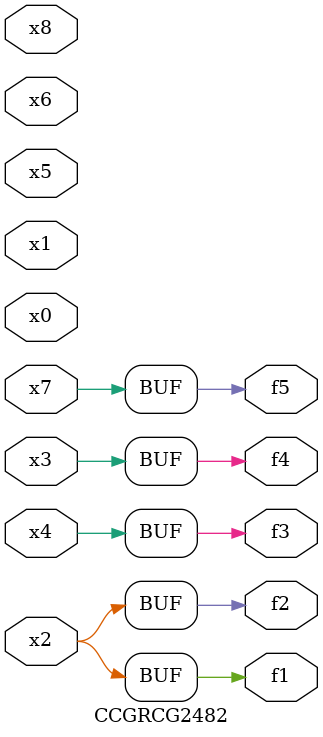
<source format=v>
module CCGRCG2482(
	input x0, x1, x2, x3, x4, x5, x6, x7, x8,
	output f1, f2, f3, f4, f5
);
	assign f1 = x2;
	assign f2 = x2;
	assign f3 = x4;
	assign f4 = x3;
	assign f5 = x7;
endmodule

</source>
